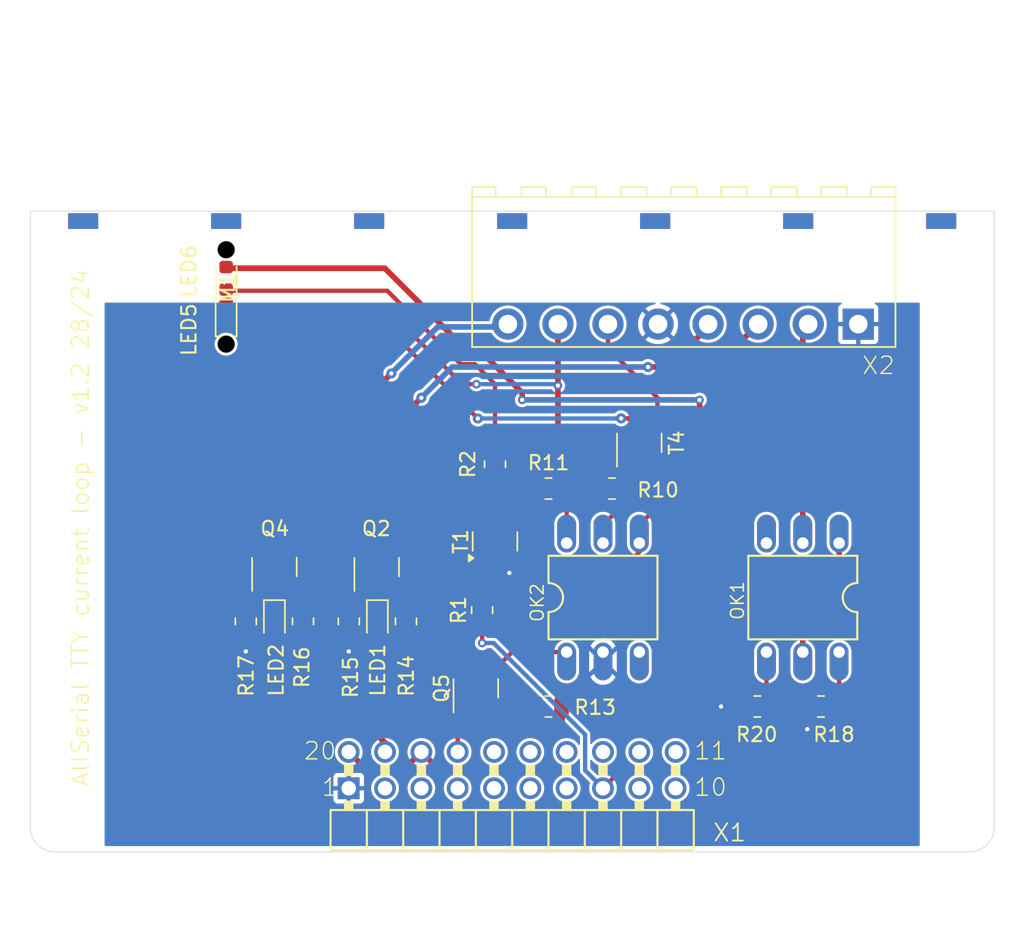
<source format=kicad_pcb>
(kicad_pcb (version 20241229) (generator "pcbnew") (generator_version "9.0")
  (layers (0 "F.Cu" signal) (2 "B.Cu" signal) (13 "F.Paste" user) (15 "B.Paste" user) (5 "F.SilkS" user "F.Silkscreen") (7 "B.SilkS" user "B.Silkscreen") (1 "F.Mask" user) (3 "B.Mask" user) (25 "Edge.Cuts" user))
  (net 0 "")
  (net 1 "Net-(OK1-C)")
  (net 2 "Net-(T1-B)")
  (net 3 "Net-(T1-C)")
  (net 4 "GND")
  (net 5 "+5V")
  (net 6 "+12V")
  (net 7 "Net-(OK1-A)")
  (net 8 "Net-(OK1-EMI)")
  (net 9 "Net-(OK1-BAS)")
  (net 10 "Net-(OK2-A)")
  (net 11 "Net-(OK2-EMI)")
  (net 12 "Net-(OK2-COL)")
  (net 13 "Net-(OK2-BAS)")
  (net 14 "Net-(Q2-E)")
  (net 15 "/CC1")
  (net 16 "Net-(Q4-E)")
  (net 17 "/CC2")
  (net 18 "Net-(Q5-B)")
  (net 19 "Net-(Q5-E)")
  (net 20 "Net-(LED5-A)")
  (net 21 "Net-(LED5-K)")
  (net 22 "Net-(LED6-K)")
  (net 23 "Net-(LED1-K)")
  (net 35 "Net-(LED2-K)")
  (footprint "Resistor_SMD:R_0805_2012Metric" (layer "F.Cu") (at 137.0761 111.2911 90)
    (property "Reference" "R15" (at -3.9125 0.125 270) (layer "F.SilkS"))
    (property "Value" "10k")
    (fp_line (start -0.227064 -0.735) (end 0.227064 -0.735) (stroke (width 0.12)) (layer "F.SilkS"))
    (fp_line (start -0.227064 0.735) (end 0.227064 0.735) (stroke (width 0.12)) (layer "F.SilkS"))
    (pad "1" smd roundrect (at -0.9125 0 90) (size 1.025 1.4) (layers "F.Cu" "F.Mask" "F.Paste") (roundrect_rratio 0.243902) (net 4 "GND"))
    (pad "2" smd roundrect (at 0.9125 0 90) (size 1.025 1.4) (layers "F.Cu" "F.Mask" "F.Paste") (roundrect_rratio 0.243902) (net 23 "Net-(LED1-K)"))
  )
  (footprint "AllSerial:Metz_PT11308HBBN_182" (layer "F.Cu") (at 160.5011 90.5036 180)
    (property "Reference" "X2" (at -12.4 -3.6 0) (layer "F.SilkS") (effects (font (size 1.2065 1.2065) (thickness 0.09652)) (justify left bottom)))
    (property "Value" "AKL18X-08W")
    (fp_line (start 14.8 8.9) (end -14.8 8.9) (stroke (width 0.1)) (layer "F.SilkS"))
    (fp_line (start 14.8 -1.6) (end 14.8 9.6) (stroke (width 0.127)) (layer "F.SilkS"))
    (fp_line (start 13.15 9.6) (end 14.8 9.6) (stroke (width 0.1)) (layer "F.SilkS"))
    (fp_line (start 13.15 8.9) (end 13.15 9.6) (stroke (width 0.1)) (layer "F.SilkS"))
    (fp_line (start 11.35 9.6) (end 11.35 8.9) (stroke (width 0.1)) (layer "F.SilkS"))
    (fp_line (start 9.65 9.6) (end 11.35 9.6) (stroke (width 0.1)) (layer "F.SilkS"))
    (fp_line (start 9.65 8.9) (end 9.65 9.6) (stroke (width 0.1)) (layer "F.SilkS"))
    (fp_line (start 7.85 9.6) (end 7.85 8.9) (stroke (width 0.1)) (layer "F.SilkS"))
    (fp_line (start 6.15 9.6) (end 7.85 9.6) (stroke (width 0.1)) (layer "F.SilkS"))
    (fp_line (start 6.15 8.9) (end 6.15 9.6) (stroke (width 0.1)) (layer "F.SilkS"))
    (fp_line (start 4.4 9.6) (end 4.4 8.9) (stroke (width 0.1)) (layer "F.SilkS"))
    (fp_line (start 2.6 9.6) (end 4.4 9.6) (stroke (width 0.1)) (layer "F.SilkS"))
    (fp_line (start 2.6 8.9) (end 2.6 9.6) (stroke (width 0.1)) (layer "F.SilkS"))
    (fp_line (start 0.9 9.6) (end 0.9 8.9) (stroke (width 0.1)) (layer "F.SilkS"))
    (fp_line (start -0.9 9.6) (end 0.9 9.6) (stroke (width 0.1)) (layer "F.SilkS"))
    (fp_line (start -0.9 8.9) (end -0.9 9.6) (stroke (width 0.1)) (layer "F.SilkS"))
    (fp_line (start -2.6 9.6) (end -2.6 8.9) (stroke (width 0.1)) (layer "F.SilkS"))
    (fp_line (start -4.4 9.6) (end -2.6 9.6) (stroke (width 0.1)) (layer "F.SilkS"))
    (fp_line (start -4.4 8.9) (end -4.4 9.6) (stroke (width 0.1)) (layer "F.SilkS"))
    (fp_line (start -6.1 9.6) (end -6.1 8.9) (stroke (width 0.1)) (layer "F.SilkS"))
    (fp_line (start -7.9 9.6) (end -6.1 9.6) (stroke (width 0.1)) (layer "F.SilkS"))
    (fp_line (start -7.9 8.9) (end -7.9 9.6) (stroke (width 0.1)) (layer "F.SilkS"))
    (fp_line (start -9.6 9.6) (end -9.6 8.9) (stroke (width 0.1)) (layer "F.SilkS"))
    (fp_line (start -11.4 9.6) (end -9.6 9.6) (stroke (width 0.1)) (layer "F.SilkS"))
    (fp_line (start -11.4 8.9) (end -11.4 9.6) (stroke (width 0.1)) (layer "F.SilkS"))
    (fp_line (start -13.1 9.6) (end -13.1 8.9) (stroke (width 0.1)) (layer "F.SilkS"))
    (fp_line (start -14.8 9.6) (end -13.1 9.6) (stroke (width 0.1)) (layer "F.SilkS"))
    (fp_line (start -14.8 9.6) (end -14.8 -1.6) (stroke (width 0.127)) (layer "F.SilkS"))
    (fp_line (start -14.8 -1.6) (end 14.8 -1.6) (stroke (width 0.127)) (layer "F.SilkS"))
    (pad "1" thru_hole rect (at -12.2 0 270) (size 2.1844 2.1844) (drill 1.3) (layers "*.Cu" "*.Mask") (net 4 "GND"))
    (pad "2" thru_hole circle (at -8.7 0 270) (size 2.1844 2.1844) (drill 1.3) (layers "*.Cu" "*.Mask") (net 1 "Net-(OK1-C)"))
    (pad "3" thru_hole circle (at -5.2 0 270) (size 2.1844 2.1844) (drill 1.3) (layers "*.Cu" "*.Mask") (net 7 "Net-(OK1-A)"))
    (pad "4" thru_hole circle (at -1.7 0 270) (size 2.1844 2.1844) (drill 1.3) (layers "*.Cu" "*.Mask") (net 15 "/CC1"))
    (pad "5" thru_hole circle (at 1.8 0 270) (size 2.1844 2.1844) (drill 1.3) (layers "*.Cu" "*.Mask") (net 4 "GND"))
    (pad "6" thru_hole circle (at 5.3 0 270) (size 2.1844 2.1844) (drill 1.3) (layers "*.Cu" "*.Mask") (net 11 "Net-(OK2-EMI)"))
    (pad "7" thru_hole circle (at 8.8 0 270) (size 2.1844 2.1844) (drill 1.3) (layers "*.Cu" "*.Mask") (net 20 "Net-(LED5-A)"))
    (pad "8" thru_hole circle (at 12.3 0 270) (size 2.1844 2.1844) (drill 1.3) (layers "*.Cu" "*.Mask") (net 17 "/CC2"))
  )
  (footprint "Resistor_SMD:R_0805_2012Metric" (layer "F.Cu") (at 129.8761 111.2911 90)
    (property "Reference" "R17" (at -3.8125 0.025 90) (layer "F.SilkS"))
    (property "Value" "10k")
    (fp_line (start -0.227064 -0.735) (end 0.227064 -0.735) (stroke (width 0.12)) (layer "F.SilkS"))
    (fp_line (start -0.227064 0.735) (end 0.227064 0.735) (stroke (width 0.12)) (layer "F.SilkS"))
    (pad "1" smd roundrect (at -0.9125 0 90) (size 1.025 1.4) (layers "F.Cu" "F.Mask" "F.Paste") (roundrect_rratio 0.243902) (net 4 "GND"))
    (pad "2" smd roundrect (at 0.9125 0 90) (size 1.025 1.4) (layers "F.Cu" "F.Mask" "F.Paste") (roundrect_rratio 0.243902) (net 35 "Net-(LED2-K)"))
  )
  (footprint "LED_SMD:LED_0603_1608Metric" (layer "F.Cu") (at 131.8761 111.2911 -90)
    (property "Reference" "LED2" (at 3.4125 -0.125 90) (layer "F.SilkS"))
    (property "Value" "rd")
    (fp_line (start -1.485 0.735) (end 0.8 0.735) (stroke (width 0.12)) (layer "F.SilkS"))
    (fp_line (start -1.485 -0.735) (end -1.485 0.735) (stroke (width 0.12)) (layer "F.SilkS"))
    (fp_line (start 0.8 -0.735) (end -1.485 -0.735) (stroke (width 0.12)) (layer "F.SilkS"))
    (pad "1" smd roundrect (at -0.7875 0 270) (size 0.875 0.95) (layers "F.Cu" "F.Mask" "F.Paste") (net 35 "Net-(LED2-K)"))
    (pad "2" smd roundrect (at 0.7875 0 270) (size 0.875 0.95) (layers "F.Cu" "F.Mask" "F.Paste") (net 6 "+12V"))
  )
  (footprint "LED_SMD:LED_0603_1608Metric" (layer "F.Cu") (at 128.5011 89.8736 90)
    (property "Reference" "LED5" (at -1.02 -2.6 90) (layer "F.SilkS"))
    (property "Value" "rd")
    (fp_line (start 0.8 -0.735) (end -1.485 -0.735) (stroke (width 0.12)) (layer "F.SilkS"))
    (fp_line (start -1.485 -0.735) (end -1.485 0.735) (stroke (width 0.12)) (layer "F.SilkS"))
    (fp_line (start -1.485 0.735) (end 0.8 0.735) (stroke (width 0.12)) (layer "F.SilkS"))
    (pad "1" smd roundrect (at -0.7875 0 90) (size 0.875 0.95) (layers "F.Cu" "F.Mask" "F.Paste") (net 21 "Net-(LED5-K)"))
    (pad "2" smd roundrect (at 0.7875 0 90) (size 0.875 0.95) (layers "F.Cu" "F.Mask" "F.Paste") (net 20 "Net-(LED5-A)"))
  )
  (footprint "Resistor_SMD:R_0805_2012Metric" (layer "F.Cu") (at 151.0411 117.2436 180)
    (property "Reference" "R13" (at -3.26 -0.06 180) (layer "F.SilkS"))
    (property "Value" "68")
    (fp_line (start -0.227064 0.735) (end 0.227064 0.735) (stroke (width 0.12)) (layer "F.SilkS"))
    (fp_line (start -0.227064 -0.735) (end 0.227064 -0.735) (stroke (width 0.12)) (layer "F.SilkS"))
    (pad "1" smd roundrect (at -0.9125 0 180) (size 1.025 1.4) (layers "F.Cu" "F.Mask" "F.Paste") (roundrect_rratio 0.243902) (net 5 "+5V"))
    (pad "2" smd roundrect (at 0.9125 0 180) (size 1.025 1.4) (layers "F.Cu" "F.Mask" "F.Paste") (roundrect_rratio 0.243902) (net 19 "Net-(Q5-E)"))
  )
  (footprint "Resistor_SMD:R_0805_2012Metric" (layer "F.Cu") (at 151.0411 102.0036 180)
    (property "Reference" "R11" (at 0 1.8 180) (layer "F.SilkS"))
    (property "Value" "10k")
    (fp_line (start -0.227064 0.735) (end 0.227064 0.735) (stroke (width 0.12)) (layer "F.SilkS"))
    (fp_line (start -0.227064 -0.735) (end 0.227064 -0.735) (stroke (width 0.12)) (layer "F.SilkS"))
    (pad "1" smd roundrect (at -0.9125 0 180) (size 1.025 1.4) (layers "F.Cu" "F.Mask" "F.Paste") (roundrect_rratio 0.243902) (net 13 "Net-(OK2-BAS)"))
    (pad "2" smd roundrect (at 0.9125 0 180) (size 1.025 1.4) (layers "F.Cu" "F.Mask" "F.Paste") (roundrect_rratio 0.243902) (net 11 "Net-(OK2-EMI)"))
  )
  (footprint "Package_TO_SOT_SMD:SOT-23" (layer "F.Cu") (at 131.8761 107.4911 90)
    (property "Reference" "Q4" (at 2.6875 0.025 180) (layer "F.SilkS"))
    (property "Value" "BC857SMD")
    (fp_line (start 0 -1.56) (end 0.65 -1.56) (stroke (width 0.12)) (layer "F.SilkS"))
    (fp_line (start 0 -1.56) (end -1.675 -1.56) (stroke (width 0.12)) (layer "F.SilkS"))
    (fp_line (start 0 1.56) (end 0.65 1.56) (stroke (width 0.12)) (layer "F.SilkS"))
    (fp_line (start 0 1.56) (end -0.65 1.56) (stroke (width 0.12)) (layer "F.SilkS"))
    (pad "1" smd roundrect (at -0.9375 -0.95 90) (size 1.475 0.6) (layers "F.Cu" "F.Mask" "F.Paste") (net 35 "Net-(LED2-K)"))
    (pad "2" smd roundrect (at -0.9375 0.95 90) (size 1.475 0.6) (layers "F.Cu" "F.Mask" "F.Paste") (net 16 "Net-(Q4-E)"))
    (pad "3" smd roundrect (at 0.9375 0 90) (size 1.475 0.6) (layers "F.Cu" "F.Mask" "F.Paste") (net 17 "/CC2"))
  )
  (footprint "Package_TO_SOT_SMD:SOT-23" (layer "F.Cu") (at 157.3911 98.8036 90)
    (property "Reference" "T4" (at 0 2.61 90) (layer "F.SilkS"))
    (property "Value" "BC847")
    (fp_line (start 0 -1.56) (end 0.65 -1.56) (stroke (width 0.12)) (layer "F.SilkS"))
    (fp_line (start 0 -1.56) (end -1.675 -1.56) (stroke (width 0.12)) (layer "F.SilkS"))
    (fp_line (start 0 1.56) (end 0.65 1.56) (stroke (width 0.12)) (layer "F.SilkS"))
    (fp_line (start 0 1.56) (end -0.65 1.56) (stroke (width 0.12)) (layer "F.SilkS"))
    (pad "1" smd roundrect (at -0.9375 -0.95 90) (size 1.475 0.6) (layers "F.Cu" "F.Mask" "F.Paste") (net 12 "Net-(OK2-COL)"))
    (pad "2" smd roundrect (at -0.9375 0.95 90) (size 1.475 0.6) (layers "F.Cu" "F.Mask" "F.Paste") (net 11 "Net-(OK2-EMI)"))
    (pad "3" smd roundrect (at 0.9375 0 90) (size 1.475 0.6) (layers "F.Cu" "F.Mask" "F.Paste") (net 21 "Net-(LED5-K)"))
  )
  (footprint "LED_SMD:LED_0603_1608Metric" (layer "F.Cu") (at 139.0761 111.2911 -90)
    (property "Reference" "LED1" (at 3.4125 -0.025 90) (layer "F.SilkS"))
    (property "Value" "rd")
    (fp_line (start -1.485 0.735) (end 0.8 0.735) (stroke (width 0.12)) (layer "F.SilkS"))
    (fp_line (start -1.485 -0.735) (end -1.485 0.735) (stroke (width 0.12)) (layer "F.SilkS"))
    (fp_line (start 0.8 -0.735) (end -1.485 -0.735) (stroke (width 0.12)) (layer "F.SilkS"))
    (pad "1" smd roundrect (at -0.7875 0 270) (size 0.875 0.95) (layers "F.Cu" "F.Mask" "F.Paste") (net 23 "Net-(LED1-K)"))
    (pad "2" smd roundrect (at 0.7875 0 270) (size 0.875 0.95) (layers "F.Cu" "F.Mask" "F.Paste") (net 6 "+12V"))
  )
  (footprint "AllSerial:SlaveBoard" (layer "F.Cu") (at 148.5011 127.4036)
    (property "Reference" "X1" (at 13.97 -0.635 0) (layer "F.SilkS") (effects (font (size 1.2065 1.2065) (thickness 0.127)) (justify left bottom)))
    (property "Value" "ALLSERIALSLAVE" (hide yes))
    (fp_rect (start -31 -44.6) (end -29 -43.6) (stroke (width 0.1)) (fill yes) (layer "F.Cu"))
    (fp_rect (start -21 -44.6) (end -19 -43.6) (stroke (width 0.1)) (fill yes) (layer "F.Cu"))
    (fp_rect (start -11 -44.6) (end -9 -43.6) (stroke (width 0.1)) (fill yes) (layer "F.Cu"))
    (fp_rect (start -1 -44.6) (end 1 -43.6) (stroke (width 0.1)) (fill yes) (layer "F.Cu"))
    (fp_rect (start 9 -44.6) (end 11 -43.6) (stroke (width 0.1)) (fill yes) (layer "F.Cu"))
    (fp_rect (start 19 -44.6) (end 21 -43.6) (stroke (width 0.1)) (fill yes) (layer "F.Cu"))
    (fp_rect (start 29 -44.6) (end 31 -43.6) (stroke (width 0.1)) (fill yes) (layer "F.Cu"))
    (fp_rect (start -31 -44.6) (end -29 -43.6) (stroke (width 0.1)) (fill yes) (layer "B.Cu"))
    (fp_rect (start -21 -44.6) (end -19 -43.6) (stroke (width 0.1)) (fill yes) (layer "B.Cu"))
    (fp_rect (start -11 -44.6) (end -9 -43.6) (stroke (width 0.1)) (fill yes) (layer "B.Cu"))
    (fp_rect (start -1 -44.6) (end 1 -43.6) (stroke (width 0.1)) (fill yes) (layer "B.Cu"))
    (fp_rect (start 9 -44.6) (end 11 -43.6) (stroke (width 0.1)) (fill yes) (layer "B.Cu"))
    (fp_rect (start 19 -44.6) (end 21 -43.6) (stroke (width 0.1)) (fill yes) (layer "B.Cu"))
    (fp_rect (start 29 -44.6) (end 31 -43.6) (stroke (width 0.1)) (fill yes) (layer "B.Cu"))
    (fp_line (start -12.7 -2.921) (end -12.7 -0.127) (stroke (width 0.1524)) (layer "F.SilkS"))
    (fp_line (start -12.7 -2.921) (end -10.16 -2.921) (stroke (width 0.1524)) (layer "F.SilkS"))
    (fp_line (start -10.16 -2.921) (end -10.16 -0.127) (stroke (width 0.1524)) (layer "F.SilkS"))
    (fp_line (start -10.16 -2.921) (end -7.62 -2.921) (stroke (width 0.1524)) (layer "F.SilkS"))
    (fp_line (start -10.16 -0.127) (end -12.7 -0.127) (stroke (width 0.1524)) (layer "F.SilkS"))
    (fp_line (start -7.62 -2.921) (end -7.62 -0.127) (stroke (width 0.1524)) (layer "F.SilkS"))
    (fp_line (start -7.62 -2.921) (end -5.08 -2.921) (stroke (width 0.1524)) (layer "F.SilkS"))
    (fp_line (start -7.62 -0.127) (end -10.16 -0.127) (stroke (width 0.1524)) (layer "F.SilkS"))
    (fp_line (start -5.08 -2.921) (end -5.08 -0.127) (stroke (width 0.1524)) (layer "F.SilkS"))
    (fp_line (start -5.08 -0.127) (end -7.62 -0.127) (stroke (width 0.1524)) (layer "F.SilkS"))
    (fp_line (start -2.54 -2.921) (end -5.08 -2.921) (stroke (width 0.1524)) (layer "F.SilkS"))
    (fp_line (start -2.54 -2.921) (end -2.54 -0.127) (stroke (width 0.1524)) (layer "F.SilkS"))
    (fp_line (start -2.54 -2.921) (end 0 -2.921) (stroke (width 0.1524)) (layer "F.SilkS"))
    (fp_line (start -2.54 -0.127) (end -5.08 -0.127) (stroke (width 0.1524)) (layer "F.SilkS"))
    (fp_line (start 0 -2.921) (end 0 -0.127) (stroke (width 0.1524)) (layer "F.SilkS"))
    (fp_line (start 0 -2.921) (end 2.54 -2.921) (stroke (width 0.1524)) (layer "F.SilkS"))
    (fp_line (start 0 -0.127) (end -2.54 -0.127) (stroke (width 0.1524)) (layer "F.SilkS"))
    (fp_line (start 2.54 -2.921) (end 2.54 -0.127) (stroke (width 0.1524)) (layer "F.SilkS"))
    (fp_line (start 2.54 -2.921) (end 5.08 -2.921) (stroke (width 0.1524)) (layer "F.SilkS"))
    (fp_line (start 2.54 -0.127) (end 0 -0.127) (stroke (width 0.1524)) (layer "F.SilkS"))
    (fp_line (start 5.08 -2.921) (end 5.08 -0.127) (stroke (width 0.1524)) (layer "F.SilkS"))
    (fp_line (start 5.08 -2.921) (end 7.62 -2.921) (stroke (width 0.1524)) (layer "F.SilkS"))
    (fp_line (start 5.08 -0.127) (end 2.54 -0.127) (stroke (width 0.1524)) (layer "F.SilkS"))
    (fp_line (start 7.62 -2.921) (end 7.62 -0.127) (stroke (width 0.1524)) (layer "F.SilkS"))
    (fp_line (start 7.62 -0.127) (end 5.08 -0.127) (stroke (width 0.1524)) (layer "F.SilkS"))
    (fp_line (start 10.16 -2.921) (end 7.62 -2.921) (stroke (width 0.1524)) (layer "F.SilkS"))
    (fp_line (start 10.16 -2.921) (end 10.16 -0.127) (stroke (width 0.1524)) (layer "F.SilkS"))
    (fp_line (start 10.16 -2.921) (end 12.7 -2.921) (stroke (width 0.1524)) (layer "F.SilkS"))
    (fp_line (start 10.16 -0.127) (end 7.62 -0.127) (stroke (width 0.1524)) (layer "F.SilkS"))
    (fp_line (start 12.7 -2.921) (end 12.7 -0.127) (stroke (width 0.1524)) (layer "F.SilkS"))
    (fp_line (start 12.7 -0.127) (end 10.16 -0.127) (stroke (width 0.1524)) (layer "F.SilkS"))
    (fp_poly (pts (xy -11.0998 -6.1214) (xy -11.7602 -6.1214) (xy -11.7602 -5.3086) (xy -11.0998 -5.3086)) (fill yes) (layer "F.SilkS"))
    (fp_poly (pts (xy -11.0998 -3.5814) (xy -11.7602 -3.5814) (xy -11.7602 -2.921) (xy -11.0998 -2.921)) (fill yes) (layer "F.SilkS"))
    (fp_poly (pts (xy -8.5598 -6.1214) (xy -9.2202 -6.1214) (xy -9.2202 -5.3086) (xy -8.5598 -5.3086)) (fill yes) (layer "F.SilkS"))
    (fp_poly (pts (xy -8.5598 -3.5814) (xy -9.2202 -3.5814) (xy -9.2202 -2.921) (xy -8.5598 -2.921)) (fill yes) (layer "F.SilkS"))
    (fp_poly (pts (xy -6.0198 -6.1214) (xy -6.6802 -6.1214) (xy -6.6802 -5.3086) (xy -6.0198 -5.3086)) (fill yes) (layer "F.SilkS"))
    (fp_poly (pts (xy -6.0198 -3.5814) (xy -6.6802 -3.5814) (xy -6.6802 -2.921) (xy -6.0198 -2.921)) (fill yes) (layer "F.SilkS"))
    (fp_poly (pts (xy -3.4798 -6.1214) (xy -4.1402 -6.1214) (xy -4.1402 -5.3086) (xy -3.4798 -5.3086)) (fill yes) (layer "F.SilkS"))
    (fp_poly (pts (xy -3.4798 -3.5814) (xy -4.1402 -3.5814) (xy -4.1402 -2.921) (xy -3.4798 -2.921)) (fill yes) (layer "F.SilkS"))
    (fp_poly (pts (xy -0.9398 -6.1214) (xy -1.6002 -6.1214) (xy -1.6002 -5.3086) (xy -0.9398 -5.3086)) (fill yes) (layer "F.SilkS"))
    (fp_poly (pts (xy -0.9398 -3.5814) (xy -1.6002 -3.5814) (xy -1.6002 -2.921) (xy -0.9398 -2.921)) (fill yes) (layer "F.SilkS"))
    (fp_poly (pts (xy 1.6002 -6.1214) (xy 0.9398 -6.1214) (xy 0.9398 -5.3086) (xy 1.6002 -5.3086)) (fill yes) (layer "F.SilkS"))
    (fp_poly (pts (xy 1.6002 -3.5814) (xy 0.9398 -3.5814) (xy 0.9398 -2.921) (xy 1.6002 -2.921)) (fill yes) (layer "F.SilkS"))
    (fp_poly (pts (xy 4.1402 -6.1214) (xy 3.4798 -6.1214) (xy 3.4798 -5.3086) (xy 4.1402 -5.3086)) (fill yes) (layer "F.SilkS"))
    (fp_poly (pts (xy 4.1402 -3.5814) (xy 3.4798 -3.5814) (xy 3.4798 -2.921) (xy 4.1402 -2.921)) (fill yes) (layer "F.SilkS"))
    (fp_poly (pts (xy 6.6802 -6.1214) (xy 6.0198 -6.1214) (xy 6.0198 -5.3086) (xy 6.6802 -5.3086)) (fill yes) (layer "F.SilkS"))
    (fp_poly (pts (xy 6.6802 -3.5814) (xy 6.0198 -3.5814) (xy 6.0198 -2.921) (xy 6.6802 -2.921)) (fill yes) (layer "F.SilkS"))
    (fp_poly (pts (xy 9.2202 -6.1214) (xy 8.5598 -6.1214) (xy 8.5598 -5.3086) (xy 9.2202 -5.3086)) (fill yes) (layer "F.SilkS"))
    (fp_poly (pts (xy 9.2202 -3.5814) (xy 8.5598 -3.5814) (xy 8.5598 -2.921) (xy 9.2202 -2.921)) (fill yes) (layer "F.SilkS"))
    (fp_poly (pts (xy 11.7602 -6.1214) (xy 11.0998 -6.1214) (xy 11.0998 -5.3086) (xy 11.7602 -5.3086)) (fill yes) (layer "F.SilkS"))
    (fp_poly (pts (xy 11.7602 -3.5814) (xy 11.0998 -3.5814) (xy 11.0998 -2.921) (xy 11.7602 -2.921)) (fill yes) (layer "F.SilkS"))
    (fp_line (start -33.7 -44.8) (end 33.7 -44.8) (stroke (width 0.05)) (layer "Edge.Cuts"))
    (fp_line (start -33.7 -1.7) (end -33.7 -44.8) (stroke (width 0.05)) (layer "Edge.Cuts"))
    (fp_line (start 32 0) (end -32 0) (stroke (width 0.05)) (layer "Edge.Cuts"))
    (fp_line (start 33.7 -44.8) (end 33.7 -1.7) (stroke (width 0.05)) (layer "Edge.Cuts"))
    (fp_arc (start -32 0) (mid -33.202082 -0.497918) (end -33.7 -1.7) (stroke (width 0.05)) (layer "Edge.Cuts"))
    (fp_arc (start 33.7 -1.7) (mid 33.202082 -0.497918) (end 32 0) (stroke (width 0.05)) (layer "Edge.Cuts"))
    (fp_text user "20" (at -14.65 -6.35 0) (layer "F.SilkS") (effects (font (size 1.2065 1.2065) (thickness 0.1016)) (justify left bottom)))
    (fp_text user "11" (at 12.655 -6.35 0) (layer "F.SilkS") (effects (font (size 1.2065 1.2065) (thickness 0.1016)) (justify left bottom)))
    (fp_text user "10" (at 12.655 -3.81 0) (layer "F.SilkS") (effects (font (size 1.2065 1.2065) (thickness 0.1016)) (justify left bottom)))
    (fp_text user "1" (at -13.38 -3.81 0) (layer "F.SilkS") (effects (font (size 1.2065 1.2065) (thickness 0.1016)) (justify left bottom)))
    (pad "1" thru_hole rect (at -11.43 -4.445 180) (size 1.524 1.524) (drill 1.016) (layers "*.Cu" "*.Mask") (net 4 "GND"))
    (pad "2" thru_hole circle (at -8.89 -4.445 180) (size 1.524 1.524) (drill 1.016) (layers "*.Cu" "*.Mask"))
    (pad "3" thru_hole circle (at -6.35 -4.445 180) (size 1.524 1.524) (drill 1.016) (layers "*.Cu" "*.Mask"))
    (pad "4" thru_hole circle (at -3.81 -4.445 180) (size 1.524 1.524) (drill 1.016) (layers "*.Cu" "*.Mask"))
    (pad "5" thru_hole circle (at -1.27 -4.445 180) (size 1.524 1.524) (drill 1.016) (layers "*.Cu" "*.Mask"))
    (pad "6" thru_hole circle (at 1.27 -4.445 180) (size 1.524 1.524) (drill 1.016) (layers "*.Cu" "*.Mask"))
    (pad "7" thru_hole circle (at 3.81 -4.445 180) (size 1.524 1.524) (drill 1.016) (layers "*.Cu" "*.Mask"))
    (pad "8" thru_hole circle (at 6.35 -4.445 180) (size 1.524 1.524) (drill 1.016) (layers "*.Cu" "*.Mask") (net 8 "Net-(OK1-EMI)"))
    (pad "9" thru_hole circle (at 8.89 -4.445 180) (size 1.524 1.524) (drill 1.016) (layers "*.Cu" "*.Mask"))
    (pad "10" thru_hole circle (at 11.43 -4.445 180) (size 1.524 1.524) (drill 1.016) (layers "*.Cu" "*.Mask"))
    (pad "11" thru_hole circle (at 11.43 -6.985 180) (size 1.524 1.524) (drill 1.016) (layers "*.Cu" "*.Mask"))
    (pad "12" thru_hole circle (at 8.89 -6.985 180) (size 1.524 1.524) (drill 1.016) (layers "*.Cu" "*.Mask"))
    (pad "13" thru_hole circle (at 6.35 -6.985 180) (size 1.524 1.524) (drill 1.016) (layers "*.Cu" "*.Mask"))
    (pad "14" thru_hole circle (at 3.81 -6.985 180) (size 1.524 1.524) (drill 1.016) (layers "*.Cu" "*.Mask"))
    (pad "15" thru_hole circle (at 1.27 -6.985 180) (size 1.524 1.524) (drill 1.016) (layers "*.Cu" "*.Mask"))
    (pad "16" thru_hole circle (at -1.27 -6.985 180) (size 1.524 1.524) (drill 1.016) (layers "*.Cu" "*.Mask"))
    (pad "17" thru_hole circle (at -3.81 -6.985 180) (size 1.524 1.524) (drill 1.016) (layers "*.Cu" "*.Mask") (net 18 "Net-(Q5-B)"))
    (pad "18" thru_hole circle (at -6.35 -6.985 180) (size 1.524 1.524) (drill 1.016) (layers "*.Cu" "*.Mask") (net 5 "+5V"))
    (pad "19" thru_hole circle (at -8.89 -6.985 180) (size 1.524 1.524) (drill 1.016) (layers "*.Cu" "*.Mask") (net 6 "+12V"))
    (pad "20" thru_hole circle (at -11.43 -6.985 180) (size 1.524 1.524) (drill 1.016) (layers "*.Cu" "*.Mask") (net 5 "+5V"))
  )
  (footprint "Resistor_SMD:R_0805_2012Metric" (layer "F.Cu") (at 170.0911 117.2436 180)
    (property "Reference" "R18" (at -0.91 -1.96 180) (layer "F.SilkS"))
    (property "Value" "180k")
    (fp_line (start -0.227064 0.735) (end 0.227064 0.735) (stroke (width 0.12)) (layer "F.SilkS"))
    (fp_line (start -0.227064 -0.735) (end 0.227064 -0.735) (stroke (width 0.12)) (layer "F.SilkS"))
    (pad "1" smd roundrect (at -0.9125 0 180) (size 1.025 1.4) (layers "F.Cu" "F.Mask" "F.Paste") (roundrect_rratio 0.243902) (net 9 "Net-(OK1-BAS)"))
    (pad "2" smd roundrect (at 0.9125 0 180) (size 1.025 1.4) (layers "F.Cu" "F.Mask" "F.Paste") (roundrect_rratio 0.243902) (net 4 "GND"))
  )
  (footprint "Package_TO_SOT_SMD:SOT-23" (layer "F.Cu") (at 139.0261 107.4911 90)
    (property "Reference" "Q2" (at 2.6875 -0.025 180) (layer "F.SilkS"))
    (property "Value" "BC857SMD")
    (fp_line (start 0 -1.56) (end 0.65 -1.56) (stroke (width 0.12)) (layer "F.SilkS"))
    (fp_line (start 0 -1.56) (end -1.675 -1.56) (stroke (width 0.12)) (layer "F.SilkS"))
    (fp_line (start 0 1.56) (end 0.65 1.56) (stroke (width 0.12)) (layer "F.SilkS"))
    (fp_line (start 0 1.56) (end -0.65 1.56) (stroke (width 0.12)) (layer "F.SilkS"))
    (pad "1" smd roundrect (at -0.9375 -0.95 90) (size 1.475 0.6) (layers "F.Cu" "F.Mask" "F.Paste") (net 23 "Net-(LED1-K)"))
    (pad "2" smd roundrect (at -0.9375 0.95 90) (size 1.475 0.6) (layers "F.Cu" "F.Mask" "F.Paste") (net 14 "Net-(Q2-E)"))
    (pad "3" smd roundrect (at 0.9375 0 90) (size 1.475 0.6) (layers "F.Cu" "F.Mask" "F.Paste") (net 15 "/CC1"))
  )
  (footprint "Resistor_SMD:R_0805_2012Metric" (layer "F.Cu") (at 133.8761 111.2911 90)
    (property "Reference" "R16" (at -3.2125 -0.075 90) (layer "F.SilkS"))
    (property "Value" "51")
    (fp_line (start -0.227064 -0.735) (end 0.227064 -0.735) (stroke (width 0.12)) (layer "F.SilkS"))
    (fp_line (start -0.227064 0.735) (end 0.227064 0.735) (stroke (width 0.12)) (layer "F.SilkS"))
    (pad "1" smd roundrect (at -0.9125 0 90) (size 1.025 1.4) (layers "F.Cu" "F.Mask" "F.Paste") (roundrect_rratio 0.243902) (net 6 "+12V"))
    (pad "2" smd roundrect (at 0.9125 0 90) (size 1.025 1.4) (layers "F.Cu" "F.Mask" "F.Paste") (roundrect_rratio 0.243902) (net 16 "Net-(Q4-E)"))
  )
  (footprint "Resistor_SMD:R_0805_2012Metric" (layer "F.Cu") (at 165.6461 117.2436)
    (property "Reference" "R20" (at -0.045 1.96 0) (layer "F.SilkS"))
    (property "Value" "4k7")
    (fp_line (start -0.227064 -0.735) (end 0.227064 -0.735) (stroke (width 0.12)) (layer "F.SilkS"))
    (fp_line (start -0.227064 0.735) (end 0.227064 0.735) (stroke (width 0.12)) (layer "F.SilkS"))
    (pad "1" smd roundrect (at -0.9125 0) (size 1.025 1.4) (layers "F.Cu" "F.Mask" "F.Paste") (roundrect_rratio 0.243902) (net 4 "GND"))
    (pad "2" smd roundrect (at 0.9125 0) (size 1.025 1.4) (layers "F.Cu" "F.Mask" "F.Paste") (roundrect_rratio 0.243902) (net 8 "Net-(OK1-EMI)"))
  )
  (footprint "AllSerial:Mentor 1296.2012" (layer "F.Cu") (at 128.5011 88.6036 90)
    (property "Reference" "M1" (at 0.635 0.127 90) (layer "F.SilkS"))
    (property "Value" "~")
    (pad "" np_thru_hole circle (at -3.3 0 90) (size 1.2 1.2) (drill 1.2) (layers "*.Mask"))
    (pad "" np_thru_hole circle (at 3.3 0 90) (size 1.2 1.2) (drill 1.2) (layers "*.Mask"))
  )
  (footprint "5_TTY:DIL06" (layer "F.Cu") (at 154.8511 109.6236)
    (property "Reference" "OK2" (at -4.6 1.78 90) (layer "F.SilkS") (effects (font (size 0.9017 0.9017) (thickness 0.1143)) (justify left)))
    (property "Value" "4N35")
    (fp_line (start -3.81 -2.921) (end -3.81 -1.016) (stroke (width 0.1524)) (layer "F.SilkS"))
    (fp_line (start -3.81 2.921) (end -3.81 1.016) (stroke (width 0.1524)) (layer "F.SilkS"))
    (fp_line (start -3.81 2.921) (end 3.81 2.921) (stroke (width 0.1524)) (layer "F.SilkS"))
    (fp_line (start 3.81 -2.921) (end -3.81 -2.921) (stroke (width 0.1524)) (layer "F.SilkS"))
    (fp_line (start 3.81 -2.921) (end 3.81 2.921) (stroke (width 0.1524)) (layer "F.SilkS"))
    (fp_arc (start -3.81 -1.016) (mid -2.794 0) (end -3.81 1.016) (stroke (width 0.1524)) (layer "F.SilkS"))
    (pad "1" thru_hole oval (at -2.54 3.81 270) (size 2.6416 1.3208) (drill 0.8128 (offset 0.6604 0)) (layers "*.Cu" "*.Mask") (net 10 "Net-(OK2-A)"))
    (pad "2" thru_hole oval (at 0 3.81 270) (size 2.6416 1.3208) (drill 0.8128 (offset 0.6604 0)) (layers "*.Cu" "*.Mask") (net 4 "GND"))
    (pad "3" thru_hole oval (at 2.54 3.81 270) (size 2.6416 1.3208) (drill 0.8128 (offset 0.6604 0)) (layers "*.Cu" "*.Mask"))
    (pad "4" thru_hole oval (at 2.54 -3.81 90) (size 2.6416 1.3208) (drill 0.8128 (offset 0.6604 0)) (layers "*.Cu" "*.Mask") (net 11 "Net-(OK2-EMI)"))
    (pad "5" thru_hole oval (at 0 -3.81 90) (size 2.6416 1.3208) (drill 0.8128 (offset 0.6604 0)) (layers "*.Cu" "*.Mask") (net 12 "Net-(OK2-COL)"))
    (pad "6" thru_hole oval (at -2.54 -3.81 90) (size 2.6416 1.3208) (drill 0.8128 (offset 0.6604 0)) (layers "*.Cu" "*.Mask") (net 13 "Net-(OK2-BAS)"))
  )
  (footprint "Resistor_SMD:R_0805_2012Metric" (layer "F.Cu") (at 141.0761 111.2911 90)
    (property "Reference" "R14" (at -3.8125 0.025 90) (layer "F.SilkS"))
    (property "Value" "51")
    (fp_line (start -0.227064 -0.735) (end 0.227064 -0.735) (stroke (width 0.12)) (layer "F.SilkS"))
    (fp_line (start -0.227064 0.735) (end 0.227064 0.735) (stroke (width 0.12)) (layer "F.SilkS"))
    (pad "1" smd roundrect (at -0.9125 0 90) (size 1.025 1.4) (layers "F.Cu" "F.Mask" "F.Paste") (roundrect_rratio 0.243902) (net 6 "+12V"))
    (pad "2" smd roundrect (at 0.9125 0 90) (size 1.025 1.4) (layers "F.Cu" "F.Mask" "F.Paste") (roundrect_rratio 0.243902) (net 14 "Net-(Q2-E)"))
  )
  (footprint "5_TTY:DIL06" (layer "F.Cu") (at 168.8211 109.6236 180)
    (property "Reference" "OK1" (at 4.57 1.22 90) (layer "F.SilkS") (effects (font (size 0.9017 0.9017) (thickness 0.1143)) (justify right)))
    (property "Value" "4N35")
    (fp_line (start 3.81 -2.921) (end 3.81 2.921) (stroke (width 0.1524)) (layer "F.SilkS"))
    (fp_line (start 3.81 -2.921) (end -3.81 -2.921) (stroke (width 0.1524)) (layer "F.SilkS"))
    (fp_line (start -3.81 2.921) (end 3.81 2.921) (stroke (width 0.1524)) (layer "F.SilkS"))
    (fp_line (start -3.81 2.921) (end -3.81 1.016) (stroke (width 0.1524)) (layer "F.SilkS"))
    (fp_line (start -3.81 -2.921) (end -3.81 -1.016) (stroke (width 0.1524)) (layer "F.SilkS"))
    (fp_arc (start -3.81 -1.016) (mid -2.794 0) (end -3.81 1.016) (stroke (width 0.1524)) (layer "F.SilkS"))
    (pad "1" thru_hole oval (at -2.54 3.81 90) (size 2.6416 1.3208) (drill 0.8128 (offset 0.6604 0)) (layers "*.Cu" "*.Mask") (net 7 "Net-(OK1-A)"))
    (pad "2" thru_hole oval (at 0 3.81 90) (size 2.6416 1.3208) (drill 0.8128 (offset 0.6604 0)) (layers "*.Cu" "*.Mask") (net 1 "Net-(OK1-C)"))
    (pad "3" thru_hole oval (at 2.54 3.81 90) (size 2.6416 1.3208) (drill 0.8128 (offset 0.6604 0)) (layers "*.Cu" "*.Mask"))
    (pad "4" thru_hole oval (at 2.54 -3.81 270) (size 2.6416 1.3208) (drill 0.8128 (offset 0.6604 0)) (layers "*.Cu" "*.Mask") (net 8 "Net-(OK1-EMI)"))
    (pad "5" thru_hole oval (at 0 -3.81 270) (size 2.6416 1.3208) (drill 0.8128 (offset 0.6604 0)) (layers "*.Cu" "*.Mask") (net 5 "+5V"))
    (pad "6" thru_hole oval (at -2.54 -3.81 270) (size 2.6416 1.3208) (drill 0.8128 (offset 0.6604 0)) (layers "*.Cu" "*.Mask") (net 9 "Net-(OK1-BAS)"))
  )
  (footprint "LED_SMD:LED_0603_1608Metric" (layer "F.Cu") (at 128.5011 87.3036 90)
    (property "Reference" "LED6" (at 0.48 -2.6 90) (layer "F.SilkS"))
    (property "Value" "gn")
    (fp_line (start 0.8 -0.735) (end -1.485 -0.735) (stroke (width 0.12)) (layer "F.SilkS"))
    (fp_line (start -1.485 -0.735) (end -1.485 0.735) (stroke (width 0.12)) (layer "F.SilkS"))
    (fp_line (start -1.485 0.735) (end 0.8 0.735) (stroke (width 0.12)) (layer "F.SilkS"))
    (pad "1" smd roundrect (at -0.7875 0 90) (size 0.875 0.95) (layers "F.Cu" "F.Mask" "F.Paste") (net 22 "Net-(LED6-K)"))
    (pad "2" smd roundrect (at 0.7875 0 90) (size 0.875 0.95) (layers "F.Cu" "F.Mask" "F.Paste") (net 5 "+5V"))
  )
  (footprint "Package_TO_SOT_SMD:SOT-23" (layer "F.Cu") (at 147.3011 105.7036 90)
    (property "Reference" "T1" (at 0 -2.4 90) (layer "F.SilkS"))
    (property "Value" "BC847")
    (fp_line (start 0 -1.56) (end 0.65 -1.56) (stroke (width 0.12)) (layer "F.SilkS"))
    (fp_line (start 0 -1.56) (end -0.65 -1.56) (stroke (width 0.12)) (layer "F.SilkS"))
    (fp_line (start 0 1.56) (end 0.65 1.56) (stroke (width 0.12)) (layer "F.SilkS"))
    (fp_line (start 0 1.56) (end -0.65 1.56) (stroke (width 0.12)) (layer "F.SilkS"))
    (fp_poly (pts (xy -1.1625 -1.51) (xy -1.4025 -1.84) (xy -0.9225 -1.84) (xy -1.1625 -1.51)) (stroke (width 0.12)) (fill yes) (layer "F.SilkS"))
    (pad "1" smd roundrect (at -0.9375 -0.95 90) (size 1.475 0.6) (layers "F.Cu" "F.Mask" "F.Paste") (net 2 "Net-(T1-B)"))
    (pad "2" smd roundrect (at -0.9375 0.95 90) (size 1.475 0.6) (layers "F.Cu" "F.Mask" "F.Paste") (net 4 "GND"))
    (pad "3" smd roundrect (at 0.9375 0 90) (size 1.475 0.6) (layers "F.Cu" "F.Mask" "F.Paste") (net 3 "Net-(T1-C)"))
  )
  (footprint "Resistor_SMD:R_0805_2012Metric" (layer "F.Cu") (at 155.4861 102.0036)
    (property "Reference" "R10" (at 3.215 0.1 0) (layer "F.SilkS"))
    (property "Value" "10k")
    (fp_line (start -0.227064 -0.735) (end 0.227064 -0.735) (stroke (width 0.12)) (layer "F.SilkS"))
    (fp_line (start -0.227064 0.735) (end 0.227064 0.735) (stroke (width 0.12)) (layer "F.SilkS"))
    (pad "1" smd roundrect (at -0.9125 0) (size 1.025 1.4) (layers "F.Cu" "F.Mask" "F.Paste") (roundrect_rratio 0.243902) (net 20 "Net-(LED5-A)"))
    (pad "2" smd roundrect (at 0.9125 0) (size 1.025 1.4) (layers "F.Cu" "F.Mask" "F.Paste") (roundrect_rratio 0.243902) (net 12 "Net-(OK2-COL)"))
  )
  (footprint "Resistor_SMD:R_0805_2012Metric" (layer "F.Cu") (at 147.3011 100.3036 -90)
    (property "Reference" "R2" (at 0 1.9 90) (layer "F.SilkS"))
    (property "Value" "220")
    (fp_line (start -0.227064 0.735) (end 0.227064 0.735) (stroke (width 0.12)) (layer "F.SilkS"))
    (fp_line (start -0.227064 -0.735) (end 0.227064 -0.735) (stroke (width 0.12)) (layer "F.SilkS"))
    (pad "1" smd roundrect (at -0.9125 0 270) (size 1.025 1.4) (layers "F.Cu" "F.Mask" "F.Paste") (roundrect_rratio 0.243902) (net 22 "Net-(LED6-K)"))
    (pad "2" smd roundrect (at 0.9125 0 270) (size 1.025 1.4) (layers "F.Cu" "F.Mask" "F.Paste") (roundrect_rratio 0.243902) (net 3 "Net-(T1-C)"))
  )
  (footprint "Package_TO_SOT_SMD:SOT-23" (layer "F.Cu") (at 145.9611 115.9736 90)
    (property "Reference" "Q5" (at 0 -2.4 90) (layer "F.SilkS"))
    (property "Value" "BC857SMD")
    (fp_line (start 0 -1.56) (end 0.65 -1.56) (stroke (width 0.12)) (layer "F.SilkS"))
    (fp_line (start 0 -1.56) (end -1.675 -1.56) (stroke (width 0.12)) (layer "F.SilkS"))
    (fp_line (start 0 1.56) (end 0.65 1.56) (stroke (width 0.12)) (layer "F.SilkS"))
    (fp_line (start 0 1.56) (end -0.65 1.56) (stroke (width 0.12)) (layer "F.SilkS"))
    (pad "1" smd roundrect (at -0.9375 -0.95 90) (size 1.475 0.6) (layers "F.Cu" "F.Mask" "F.Paste") (net 18 "Net-(Q5-B)"))
    (pad "2" smd roundrect (at -0.9375 0.95 90) (size 1.475 0.6) (layers "F.Cu" "F.Mask" "F.Paste") (net 19 "Net-(Q5-E)"))
    (pad "3" smd roundrect (at 0.9375 0 90) (size 1.475 0.6) (layers "F.Cu" "F.Mask" "F.Paste") (net 10 "Net-(OK2-A)"))
  )
  (footprint "Resistor_SMD:R_0805_2012Metric" (layer "F.Cu") (at 146.4011 110.5036 90)
    (property "Reference" "R1" (at 0 -1.65 90) (layer "F.SilkS"))
    (property "Value" "4k7")
    (fp_line (start -0.227064 -0.735) (end 0.227064 -0.735) (stroke (width 0.12)) (layer "F.SilkS"))
    (fp_line (start -0.227064 0.735) (end 0.227064 0.735) (stroke (width 0.12)) (layer "F.SilkS"))
    (pad "1" smd roundrect (at -0.9125 0 90) (size 1.025 1.4) (layers "F.Cu" "F.Mask" "F.Paste") (roundrect_rratio 0.243902) (net 8 "Net-(OK1-EMI)"))
    (pad "2" smd roundrect (at 0.9125 0 90) (size 1.025 1.4) (layers "F.Cu" "F.Mask" "F.Paste") (roundrect_rratio 0.243902) (net 2 "Net-(T1-B)"))
  )
  (gr_text "AllSerial TTY current loop - v1.2 28/24" (at 119.0011 122.9036 90) (layer "F.SilkS") (effects (font (size 1.1684 1.1684) (thickness 0.1016)) (justify left bottom)))
  (segment (start 168.8211 105.8136) (end 168.8211 90.8836) (width 0.4) (layer "F.Cu") (net 1))
  (segment (start 169.2011 90.5036) (end 169.2011 90.7036) (width 0.4) (layer "F.Cu") (net 1))
  (segment (start 168.8211 90.8836) (end 169.2011 90.5036) (width 0.4) (layer "F.Cu") (net 1))
  (segment (start 146.3511 106.6411) (end 146.3511 109.5411) (width 0.4) (layer "F.Cu") (net 2))
  (segment (start 146.3511 109.5411) (end 146.4011 109.5911) (width 0.4) (layer "F.Cu") (net 2))
  (segment (start 147.3011 101.2161) (end 147.3011 104.7661) (width 0.4) (layer "F.Cu") (net 3))
  (segment (start 129.8761 112.2036) (end 129.8761 113.3911) (width 0.4) (layer "F.Cu") (net 4))
  (segment (start 169.1411 117.2436) (end 169.1411 118.5111) (width 0.3048) (layer "F.Cu") (net 4))
  (segment (start 169.1411 118.5111) (end 169.1386 118.8311) (width 0.3048) (layer "F.Cu") (net 4))
  (segment (start 148.2511 106.6411) (end 148.2511 107.8536) (width 0.4) (layer "F.Cu") (net 4))
  (segment (start 148.2511 107.8536) (end 148.3011 107.9036) (width 0.4) (layer "F.Cu") (net 4))
  (segment (start 137.0761 112.2036) (end 137.0761 113.3911) (width 0.4) (layer "F.Cu") (net 4))
  (segment (start 164.6961 117.2436) (end 163.1061 117.2436) (width 0.3048) (layer "F.Cu") (net 4))
  (via (at 169.1386 118.8311) (size 0.7064) (drill 0.3) (layers "F.Cu" "B.Cu") (net 4))
  (via (at 137.0761 113.3911) (size 0.6) (drill 0.3) (layers "F.Cu" "B.Cu") (net 4))
  (via (at 163.1061 117.2436) (size 0.7064) (drill 0.3) (layers "F.Cu" "B.Cu") (net 4))
  (via (at 129.8761 113.3911) (size 0.6) (drill 0.3) (layers "F.Cu" "B.Cu") (net 4))
  (via (at 148.3011 107.9036) (size 0.6) (drill 0.3) (layers "F.Cu" "B.Cu") (net 4))
  (segment (start 128.5011 86.5961) (end 139.5936 86.5961) (width 0.4) (layer "F.Cu") (net 5))
  (segment (start 161.6011 107.4836) (end 165.0111 110.8936) (width 0.4) (layer "F.Cu") (net 5))
  (segment (start 151.0411 121.0536) (end 151.0411 119.4661) (width 0.4) (layer "F.Cu") (net 5))
  (segment (start 161.6011 95.8036) (end 161.6011 107.4836) (width 0.4) (layer "F.Cu") (net 5))
  (segment (start 139.5936 86.5961) (end 145.5011 92.5036) (width 0.4) (layer "F.Cu") (net 5))
  (segment (start 146.4011 92.5036) (end 149.2011 95.3036) (width 0.4) (layer "F.Cu") (net 5))
  (segment (start 151.9936 118.5136) (end 151.9936 117.2461) (width 0.4) (layer "F.Cu") (net 5))
  (segment (start 167.5511 110.8936) (end 168.8211 112.1636) (width 0.4) (layer "F.Cu") (net 5))
  (segment (start 142.1511 120.4186) (end 143.4211 121.6886) (width 0.4) (layer "F.Cu") (net 5))
  (segment (start 140.8811 121.6886) (end 142.1511 120.4186) (width 0.4) (layer "F.Cu") (net 5))
  (segment (start 151.0411 119.4661) (end 151.9936 118.5136) (width 0.4) (layer "F.Cu") (net 5))
  (segment (start 151.9911 117.2436) (end 158.6611 117.2436) (width 0.4) (layer "F.Cu") (net 5))
  (segment (start 137.0711 120.4186) (end 138.3411 121.6886) (width 0.4) (layer "F.Cu") (net 5))
  (segment (start 165.0111 110.8936) (end 167.5511 110.8936) (width 0.4) (layer "F.Cu") (net 5))
  (segment (start 168.8211 112.1636) (end 168.8211 113.4336) (width 0.4) (layer "F.Cu") (net 5))
  (segment (start 143.4211 121.6886) (end 150.4061 121.6886) (width 0.4) (layer "F.Cu") (net 5))
  (segment (start 149.2011 95.3036) (end 149.2011 95.8036) (width 0.4) (layer "F.Cu") (net 5))
  (segment (start 145.5011 92.5036) (end 146.4011 92.5036) (width 0.4) (layer "F.Cu") (net 5))
  (segment (start 151.9936 117.2461) (end 151.9911 117.2436) (width 0.4) (layer "F.Cu") (net 5))
  (segment (start 138.3411 121.6886) (end 140.8811 121.6886) (width 0.4) (layer "F.Cu") (net 5))
  (segment (start 150.4061 121.6886) (end 151.0411 121.0536) (width 0.4) (layer "F.Cu") (net 5))
  (segment (start 158.6611 117.2436) (end 165.0111 110.8936) (width 0.4) (layer "F.Cu") (net 5))
  (via (at 161.6011 95.8036) (size 0.6) (drill 0.3) (layers "F.Cu" "B.Cu") (net 5))
  (via (at 149.2011 95.8036) (size 0.6) (drill 0.3) (layers "F.Cu" "B.Cu") (net 5))
  (segment (start 161.6011 95.8036) (end 149.2011 95.8036) (width 0.4) (layer "B.Cu") (net 5))
  (segment (start 139.0761 114.7286) (end 136.8161 116.9886) (width 0.4) (layer "F.Cu") (net 6))
  (segment (start 141.0761 112.2036) (end 139.2011 112.2036) (width 0.4) (layer "F.Cu") (net 6))
  (segment (start 136.8161 116.9886) (end 133.8761 114.0486) (width 0.4064) (layer "F.Cu") (net 6))
  (segment (start 139.2011 112.2036) (end 139.0761 112.0786) (width 0.4) (layer "F.Cu") (net 6))
  (segment (start 133.8761 114.0486) (end 133.8761 112.2036) (width 0.4064) (layer "F.Cu") (net 6))
  (segment (start 139.0761 112.0786) (end 139.0761 114.7286) (width 0.4) (layer "F.Cu") (net 6))
  (segment (start 132.0011 112.2036) (end 131.8761 112.0786) (width 0.4064) (layer "F.Cu") (net 6))
  (segment (start 133.8761 112.2036) (end 132.0011 112.2036) (width 0.4064) (layer "F.Cu") (net 6))
  (segment (start 139.6111 119.7836) (end 136.8161 116.9886) (width 0.4064) (layer "F.Cu") (net 6))
  (segment (start 139.6111 120.4186) (end 139.6111 119.7836) (width 0.4064) (layer "F.Cu") (net 6))
  (segment (start 170.5011 107.8036) (end 165.7011 107.8036) (width 0.4) (layer "F.Cu") (net 7))
  (segment (start 171.3611 106.9436) (end 170.5011 107.8036) (width 0.4) (layer "F.Cu") (net 7))
  (segment (start 164.5011 106.6036) (end 164.5011 91.7036) (width 0.4) (layer "F.Cu") (net 7))
  (segment (start 165.7011 107.8036) (end 164.5011 106.6036) (width 0.4) (layer "F.Cu") (net 7))
  (segment (start 171.3611 105.8136) (end 171.3611 106.9436) (width 0.4) (layer "F.Cu") (net 7))
  (segment (start 164.5011 91.7036) (end 165.5011 90.7036) (width 0.4) (layer "F.Cu") (net 7))
  (segment (start 165.5011 90.7036) (end 165.7011 90.7036) (width 0.4) (layer "F.Cu") (net 7))
  (segment (start 166.5961 116.2886) (end 166.2811 115.9736) (width 0.3048) (layer "F.Cu") (net 8))
  (segment (start 154.8511 122.9586) (end 156.1211 121.6886) (width 0.3048) (layer "F.Cu") (net 8))
  (segment (start 166.5961 117.2436) (end 166.5961 116.2886) (width 0.3048) (layer "F.Cu") (net 8))
  (segment (start 166.5961 117.2436) (end 166.5961 119.4686) (width 0.3048) (layer "F.Cu") (net 8))
  (segment (start 164.3761 121.6886) (end 166.5961 119.4686) (width 0.3048) (layer "F.Cu") (net 8))
  (segment (start 146.4011 112.8036) (end 146.4011 111.4161) (width 0.3048) (layer "F.Cu") (net 8))
  (segment (start 166.2811 115.9736) (end 166.2811 113.4336) (width 0.3048) (layer "F.Cu") (net 8))
  (segment (start 156.1211 121.6886) (end 164.3761 121.6886) (width 0.3048) (layer "F.Cu") (net 8))
  (via (at 146.4011 112.8036) (size 0.6) (drill 0.3) (layers "F.Cu" "B.Cu") (net 8))
  (segment (start 154.8511 122.9586) (end 153.6011 121.7086) (width 0.3048) (layer "B.Cu") (net 8))
  (segment (start 153.6011 121.7086) (end 153.6011 119.2036) (width 0.3048) (layer "B.Cu") (net 8))
  (segment (start 147.2011 112.8036) (end 146.4011 112.8036) (width 0.3048) (layer "B.Cu") (net 8))
  (segment (start 153.6011 119.2036) (end 147.2011 112.8036) (width 0.3048) (layer "B.Cu") (net 8))
  (segment (start 171.0411 115.9761) (end 171.3611 115.6561) (width 0.3048) (layer "F.Cu") (net 9))
  (segment (start 171.3611 115.6561) (end 171.3611 113.4336) (width 0.3048) (layer "F.Cu") (net 9))
  (segment (start 171.0411 117.2436) (end 171.0411 115.9761) (width 0.3048) (layer "F.Cu") (net 9))
  (segment (start 147.2311 114.7036) (end 146.1311 114.7036) (width 0.3048) (layer "F.Cu") (net 10))
  (segment (start 146.1311 114.7036) (end 145.9611 114.8736) (width 0.3048) (layer "F.Cu") (net 10))
  (segment (start 148.5011 113.4336) (end 147.2311 114.7036) (width 0.3048) (layer "F.Cu") (net 10))
  (segment (start 152.3111 113.4336) (end 148.5011 113.4336) (width 0.3048) (layer "F.Cu") (net 10))
  (segment (start 158.6611 98.6686) (end 158.6611 95.6536) (width 0.3048) (layer "F.Cu") (net 11))
  (segment (start 156.1211 107.7186) (end 151.6761 107.7186) (width 0.3048) (layer "F.Cu") (net 11))
  (segment (start 158.3411 99.2936) (end 158.3411 98.9886) (width 0.3048) (layer "F.Cu") (net 11))
  (segment (start 158.3411 101.6836) (end 158.6611 102.0036) (width 0.3048) (layer "F.Cu") (net 11))
  (segment (start 158.3411 99.2936) (end 158.3411 101.6836) (width 0.3048) (layer "F.Cu") (net 11))
  (segment (start 158.6611 95.6536) (end 155.2011 92.1936) (width 0.3048) (layer "F.Cu") (net 11))
  (segment (start 158.5111 99.4636) (end 158.3411 99.2936) (width 0.3048) (layer "F.Cu") (net 11))
  (segment (start 157.3911 105.8136) (end 157.3911 106.4486) (width 0.3048) (layer "F.Cu") (net 11))
  (segment (start 155.2011 92.1936) (end 155.2011 90.7036) (width 0.3048) (layer "F.Cu") (net 11))
  (segment (start 157.3911 104.5436) (end 157.3911 105.8136) (width 0.3048) (layer "F.Cu") (net 11))
  (segment (start 150.0911 102.0036) (end 150.0911 106.1336) (width 0.3048) (layer "F.Cu") (net 11))
  (segment (start 158.3411 98.9886) (end 158.6611 98.6686) (width 0.3048) (layer "F.Cu") (net 11))
  (segment (start 158.6611 103.2736) (end 157.3911 104.5436) (width 0.3048) (layer "F.Cu") (net 11))
  (segment (start 151.6761 107.7186) (end 150.0911 106.1336) (width 0.3048) (layer "F.Cu") (net 11))
  (segment (start 157.3911 106.4486) (end 156.1211 107.7186) (width 0.3048) (layer "F.Cu") (net 11))
  (segment (start 158.6611 102.0036) (end 158.6611 103.2736) (width 0.3048) (layer "F.Cu") (net 11))
  (segment (start 156.4411 101.9986) (end 156.4361 102.0036) (width 0.3048) (layer "F.Cu") (net 12))
  (segment (start 156.4411 99.2936) (end 156.4411 101.9986) (width 0.3048) (layer "F.Cu") (net 12))
  (segment (start 156.4361 102.9586) (end 154.8511 104.5436) (width 0.3048) (layer "F.Cu") (net 12))
  (segment (start 156.4361 102.0036) (end 156.4361 102.9586) (width 0.3048) (layer "F.Cu") (net 12))
  (segment (start 154.8511 104.5436) (end 154.8511 105.8136) (width 0.3048) (layer "F.Cu") (net 12))
  (segment (start 151.9911 102.0036) (end 151.9911 102.9536) (width 0.3048) (layer "F.Cu") (net 13))
  (segment (start 151.9911 102.9536) (end 152.3111 103.2736) (width 0.3048) (layer "F.Cu") (net 13))
  (segment (start 152.3111 105.8136) (end 152.3111 103.2736) (width 0.3048) (layer "F.Cu") (net 13))
  (segment (start 139.9761 108.4286) (end 139.9761 109.2786) (width 0.4) (layer "F.Cu") (net 14))
  (segment (start 139.9761 109.2786) (end 141.0761 110.3786) (width 0.4) (layer "F.Cu") (net 14))
  (segment (start 158.0011 93.5036) (end 159.4011 93.5036) (width 0.4) (layer "F.Cu") (net 15))
  (segment (start 139.0261 98.7786) (end 142.1511 95.6536) (width 0.4) (layer "F.Cu") (net 15))
  (segment (start 139.0261 106.5536) (end 139.0261 98.7786) (width 0.4) (layer "F.Cu") (net 15))
  (segment (start 159.4011 93.5036) (end 162.2011 90.7036) (width 0.4) (layer "F.Cu") (net 15))
  (via (at 142.1511 95.6536) (size 0.7064) (drill 0.3) (layers "F.Cu" "B.Cu") (net 15))
  (via (at 158.0011 93.5036) (size 0.7064) (drill 0.3) (layers "F.Cu" "B.Cu") (net 15))
  (segment (start 144.3011 93.5036) (end 142.1511 95.6536) (width 0.4) (layer "B.Cu") (net 15))
  (segment (start 158.0011 93.5036) (end 144.3011 93.5036) (width 0.4) (layer "B.Cu") (net 15))
  (segment (start 132.8261 108.4286) (end 132.8261 109.3286) (width 0.4) (layer "F.Cu") (net 16))
  (segment (start 132.8261 109.3286) (end 133.8761 110.3786) (width 0.4) (layer "F.Cu") (net 16))
  (segment (start 131.8761 106.5536) (end 131.8761 102.1286) (width 0.4) (layer "F.Cu") (net 17))
  (segment (start 131.8761 102.1286) (end 140.0511 93.9536) (width 0.4) (layer "F.Cu") (net 17))
  (via (at 140.0511 93.9536) (size 0.7064) (drill 0.3) (layers "F.Cu" "B.Cu") (net 17))
  (segment (start 140.0511 93.9436) (end 143.2911 90.7036) (width 0.4) (layer "B.Cu") (net 17))
  (segment (start 143.2911 90.7036) (end 147.5011 90.7036) (width 0.4) (layer "B.Cu") (net 17))
  (segment (start 140.0511 93.9536) (end 140.0511 93.9436) (width 0.4) (layer "B.Cu") (net 17))
  (segment (start 144.6911 118.8311) (end 145.0086 118.5136) (width 0.3048) (layer "F.Cu") (net 18))
  (segment (start 145.0086 118.5136) (end 145.0086 117.0761) (width 0.3048) (layer "F.Cu") (net 18))
  (segment (start 145.0086 117.0761) (end 145.0111 117.0736) (width 0.3048) (layer "F.Cu") (net 18))
  (segment (start 144.6911 120.4186) (end 144.6911 118.8311) (width 0.3048) (layer "F.Cu") (net 18))
  (segment (start 146.9111 117.0736) (end 148.3311 117.0736) (width 0.3048) (layer "F.Cu") (net 19))
  (segment (start 148.5011 117.2436) (end 150.0911 117.2436) (width 0.3048) (layer "F.Cu") (net 19))
  (segment (start 148.3311 117.0736) (end 148.5011 117.2436) (width 0.3048) (layer "F.Cu") (net 19))
  (segment (start 154.5736 100.9761) (end 154.5736 102.0036) (width 0.4) (layer "F.Cu") (net 20))
  (segment (start 146.0011 94.7036) (end 145.0011 94.7036) (width 0.3) (layer "F.Cu") (net 20))
  (segment (start 145.0011 94.7036) (end 139.4936 89.1961) (width 0.3) (layer "F.Cu") (net 20))
  (segment (start 139.4936 89.1961) (end 128.5011 89.1961) (width 0.3) (layer "F.Cu") (net 20))
  (segment (start 151.7011 90.7036) (end 151.7011 98.1036) (width 0.4) (layer "F.Cu") (net 20))
  (segment (start 151.7011 98.1036) (end 154.5736 100.9761) (width 0.4) (layer "F.Cu") (net 20))
  (via (at 146.0011 94.7036) (size 0.6) (drill 0.3) (layers "F.Cu" "B.Cu") (net 20))
  (via (at 151.7011 94.8036) (size 0.6) (drill 0.3) (layers "F.Cu" "B.Cu") (net 20))
  (segment (start 146.0011 94.7036) (end 151.6011 94.7036) (width 0.3) (layer "B.Cu") (net 20))
  (segment (start 151.6011 94.7036) (end 151.7011 94.8036) (width 0.3) (layer "B.Cu") (net 20))
  (segment (start 146.1011 97.1036) (end 139.7686 90.7711) (width 0.3048) (layer "F.Cu") (net 21))
  (segment (start 156.1211 97.0936) (end 156.6186 97.0936) (width 0.3048) (layer "F.Cu") (net 21))
  (segment (start 156.6186 97.0936) (end 157.3911 97.8661) (width 0.3048) (layer "F.Cu") (net 21))
  (segment (start 139.7686 90.7711) (end 128.5011 90.7711) (width 0.3048) (layer "F.Cu") (net 21))
  (via (at 156.1211 97.0936) (size 0.7064) (drill 0.3) (layers "F.Cu" "B.Cu") (net 21))
  (via (at 146.1011 97.1036) (size 0.7064) (drill 0.3) (layers "F.Cu" "B.Cu") (net 21))
  (segment (start 156.1111 97.1036) (end 156.1211 97.0936) (width 0.3048) (layer "B.Cu") (net 21))
  (segment (start 146.1011 97.1036) (end 156.1111 97.1036) (width 0.3048) (layer "B.Cu") (net 21))
  (segment (start 139.7686 88.1711) (end 144.9011 93.3036) (width 0.3) (layer "F.Cu") (net 22))
  (segment (start 144.9011 93.3036) (end 145.9011 93.3036) (width 0.3) (layer "F.Cu") (net 22))
  (segment (start 128.5011 88.1711) (end 139.7686 88.1711) (width 0.3) (layer "F.Cu") (net 22))
  (segment (start 147.3011 94.7036) (end 147.3011 99.3911) (width 0.3) (layer "F.Cu") (net 22))
  (segment (start 145.9011 93.3036) (end 147.3011 94.7036) (width 0.3) (layer "F.Cu") (net 22))
  (segment (start 139.0761 110.5036) (end 137.2011 110.5036) (width 0.4) (layer "F.Cu") (net 23))
  (segment (start 137.0761 110.3786) (end 137.0761 109.4286) (width 0.4) (layer "F.Cu") (net 23))
  (segment (start 137.2011 110.5036) (end 137.0761 110.3786) (width 0.4) (layer "F.Cu") (net 23))
  (segment (start 137.0761 109.4286) (end 138.0761 108.4286) (width 0.4) (layer "F.Cu") (net 23))
  (segment (start 130.0011 110.5036) (end 129.8761 110.3786) (width 0.4) (layer "F.Cu") (net 35))
  (segment (start 131.8761 110.5036) (end 130.0011 110.5036) (width 0.4) (layer "F.Cu") (net 35))
  (segment (start 129.8761 110.3786) (end 129.8761 109.4786) (width 0.4) (layer "F.Cu") (net 35))
  (segment (start 129.8761 109.4786) (end 130.9261 108.4286) (width 0.4) (layer "F.Cu") (net 35))
  (zone (net 4) (net_name "GND") (layer "B.Cu") (priority 6) (connect_pads (clearance 0.000001)) (min_thickness 0.127) (fill yes (thermal_gap 0.304) (thermal_bridge_width 0.304))
    (polygon (pts (xy 177 89) (xy 177 127) (xy 120 127) (xy 120 89)))
  )
)
</source>
